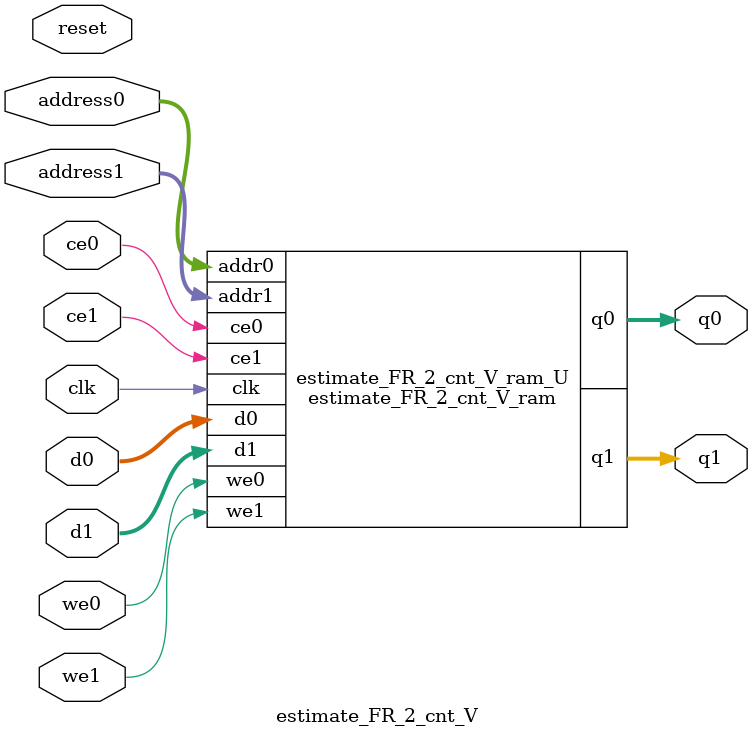
<source format=v>
`timescale 1 ns / 1 ps
module estimate_FR_2_cnt_V_ram (addr0, ce0, d0, we0, q0, addr1, ce1, d1, we1, q1,  clk);

parameter DWIDTH = 6;
parameter AWIDTH = 7;
parameter MEM_SIZE = 96;

input[AWIDTH-1:0] addr0;
input ce0;
input[DWIDTH-1:0] d0;
input we0;
output reg[DWIDTH-1:0] q0;
input[AWIDTH-1:0] addr1;
input ce1;
input[DWIDTH-1:0] d1;
input we1;
output reg[DWIDTH-1:0] q1;
input clk;

(* ram_style = "block" *)reg [DWIDTH-1:0] ram[0:MEM_SIZE-1];




always @(posedge clk)  
begin 
    if (ce0) 
    begin
        if (we0) 
        begin 
            ram[addr0] <= d0; 
        end 
        q0 <= ram[addr0];
    end
end


always @(posedge clk)  
begin 
    if (ce1) 
    begin
        if (we1) 
        begin 
            ram[addr1] <= d1; 
        end 
        q1 <= ram[addr1];
    end
end


endmodule

`timescale 1 ns / 1 ps
module estimate_FR_2_cnt_V(
    reset,
    clk,
    address0,
    ce0,
    we0,
    d0,
    q0,
    address1,
    ce1,
    we1,
    d1,
    q1);

parameter DataWidth = 32'd6;
parameter AddressRange = 32'd96;
parameter AddressWidth = 32'd7;
input reset;
input clk;
input[AddressWidth - 1:0] address0;
input ce0;
input we0;
input[DataWidth - 1:0] d0;
output[DataWidth - 1:0] q0;
input[AddressWidth - 1:0] address1;
input ce1;
input we1;
input[DataWidth - 1:0] d1;
output[DataWidth - 1:0] q1;



estimate_FR_2_cnt_V_ram estimate_FR_2_cnt_V_ram_U(
    .clk( clk ),
    .addr0( address0 ),
    .ce0( ce0 ),
    .we0( we0 ),
    .d0( d0 ),
    .q0( q0 ),
    .addr1( address1 ),
    .ce1( ce1 ),
    .we1( we1 ),
    .d1( d1 ),
    .q1( q1 ));

endmodule


</source>
